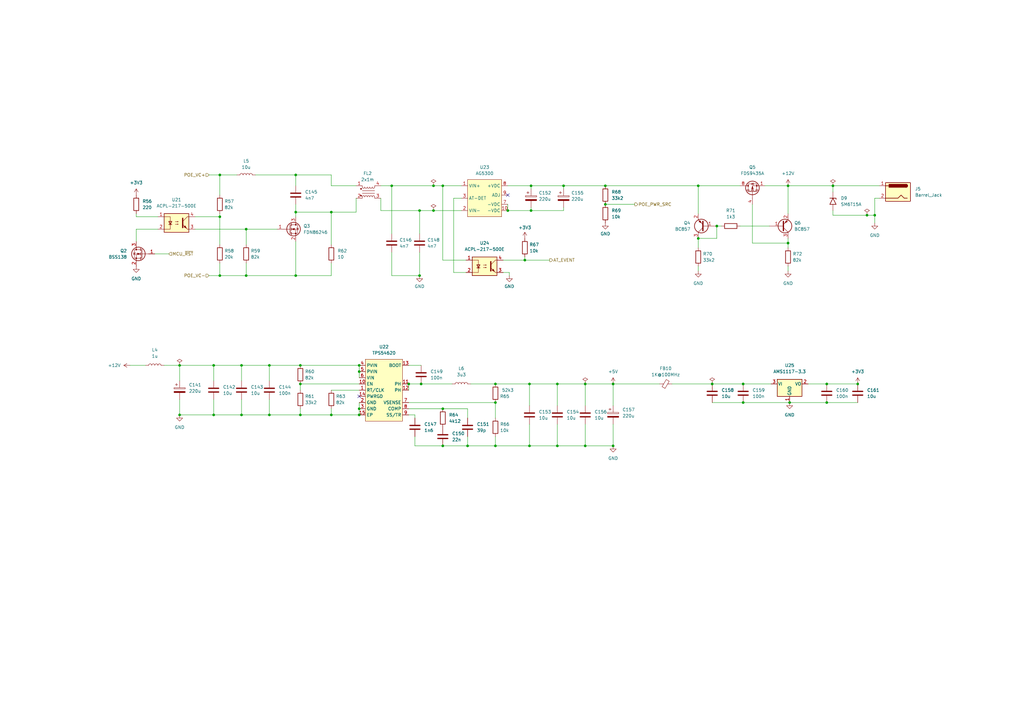
<source format=kicad_sch>
(kicad_sch (version 20211123) (generator eeschema)
  (paper "A3")
  (title_block (title "Kirdy") (date "2022-07-03") (rev "r0.1") (company "M-Labs") (comment 1 "Alex Wong Tat Hang"))
  (lib_symbols
    (symbol "Connector:Barrel_Jack" (pin_names (offset 1.016))
      (property "Reference" "J" (at 0 5.334 0))
      (property "Value" "Barrel_Jack" (at 0 -5.08 0))
      (symbol "Barrel_Jack_0_1"
        (rectangle (start -5.08 3.81) (end 5.08 -3.81) (stroke (width 0.254)) (fill (type background)))
        (arc (start -3.302 3.175) (mid -3.937 2.54) (end -3.302 1.905) (stroke (width 0.254)))
        (arc (start -3.302 3.175) (mid -3.937 2.54) (end -3.302 1.905) (stroke (width 0.254)) (fill (type outline)))
        (polyline (pts (xy 5.08 2.54) (xy 3.81 2.54)) (stroke (width 0.254)))
        (polyline (pts (xy -3.81 -2.54) (xy -2.54 -2.54) (xy -1.27 -1.27) (xy 0 -2.54) (xy 2.54 -2.54) (xy 5.08 -2.54)) (stroke (width 0.254)))
        (rectangle (start 3.683 3.175) (end -3.302 1.905) (stroke (width 0.254)) (fill (type outline)))
      )
      (symbol "Barrel_Jack_1_1"
        (pin passive line (at 7.62 2.54 180) (length 2.54) (name "~") (number "1"))
        (pin passive line (at 7.62 -2.54 180) (length 2.54) (name "~") (number "2"))
      )
    )
    (symbol "Device:C" (pin_numbers hide) (pin_names (offset 0.254))
      (property "Reference" "C" (at 0.635 2.54 0))
      (property "Value" "C" (at 0.635 -2.54 0))
      (symbol "C_0_1"
        (polyline (pts (xy -2.032 -0.762) (xy 2.032 -0.762)) (stroke (width 0.508)))
        (polyline (pts (xy -2.032 0.762) (xy 2.032 0.762)) (stroke (width 0.508)))
      )
      (symbol "C_1_1"
        (pin passive line (at 0 3.81 270) (length 2.794) (name "~") (number "1"))
        (pin passive line (at 0 -3.81 90) (length 2.794) (name "~") (number "2"))
      )
    )
    (symbol "Device:C_Polarized" (pin_numbers hide) (pin_names (offset 0.254))
      (property "Reference" "C" (at 0.635 2.54 0))
      (property "Value" "C_Polarized" (at 0.635 -2.54 0))
      (symbol "C_Polarized_0_1"
        (rectangle (start -2.286 0.508) (end 2.286 1.016))
        (polyline (pts (xy -1.778 2.286) (xy -0.762 2.286)))
        (polyline (pts (xy -1.27 2.794) (xy -1.27 1.778)))
        (rectangle (start 2.286 -0.508) (end -2.286 -1.016) (fill (type outline)))
      )
      (symbol "C_Polarized_1_1"
        (pin passive line (at 0 3.81 270) (length 2.794) (name "~") (number "1"))
        (pin passive line (at 0 -3.81 90) (length 2.794) (name "~") (number "2"))
      )
    )
    (symbol "Device:FerriteBead_Small" (pin_numbers hide) (pin_names (offset 0))
      (property "Reference" "FB" (at 1.905 1.27 0))
      (property "Value" "FerriteBead_Small" (at 1.905 -1.27 0))
      (symbol "FerriteBead_Small_0_1"
        (polyline (pts (xy 0 -1.27) (xy 0 -0.7874)))
        (polyline (pts (xy 0 0.889) (xy 0 1.2954)))
        (polyline (pts (xy -1.8288 0.2794) (xy -1.1176 1.4986) (xy 1.8288 -0.2032) (xy 1.1176 -1.4224) (xy -1.8288 0.2794)))
      )
      (symbol "FerriteBead_Small_1_1"
        (pin passive line (at 0 2.54 270) (length 1.27) (name "~") (number "1"))
        (pin passive line (at 0 -2.54 90) (length 1.27) (name "~") (number "2"))
      )
    )
    (symbol "Device:Filter_EMI_LL_1423" (pin_names hide)
      (property "Reference" "FL" (at 0 4.445 0))
      (property "Value" "Filter_EMI_LL_1423" (at 0 -4.445 0))
      (symbol "Filter_EMI_LL_1423_0_1"
        (circle (center -3.048 -1.27) (radius 0.254) (fill (type outline)))
        (circle (center -3.048 1.524) (radius 0.254) (fill (type outline)))
        (arc (start -2.54 2.032) (mid -2.032 1.524) (end -1.524 2.032))
        (arc (start -1.524 -2.032) (mid -2.032 -1.524) (end -2.54 -2.032))
        (arc (start -1.524 2.032) (mid -1.016 1.524) (end -0.508 2.032))
        (arc (start -0.508 -2.032) (mid -1.016 -1.524) (end -1.524 -2.032))
        (arc (start -0.508 2.032) (mid 0 1.524) (end 0.508 2.032))
        (polyline (pts (xy -2.54 -2.032) (xy -2.54 -2.54)))
        (polyline (pts (xy -2.54 0.508) (xy 2.54 0.508)))
        (polyline (pts (xy -2.54 2.032) (xy -2.54 2.54)))
        (polyline (pts (xy 2.54 -2.032) (xy 2.54 -2.54)))
        (polyline (pts (xy 2.54 -0.508) (xy -2.54 -0.508)))
        (polyline (pts (xy 2.54 2.54) (xy 2.54 2.032)))
        (arc (start 0.508 -2.032) (mid 0 -1.524) (end -0.508 -2.032))
        (arc (start 0.508 2.032) (mid 1.016 1.524) (end 1.524 2.032))
        (arc (start 1.524 -2.032) (mid 1.016 -1.524) (end 0.508 -2.032))
        (arc (start 1.524 2.032) (mid 2.032 1.524) (end 2.54 2.032))
        (arc (start 2.54 -2.032) (mid 2.032 -1.524) (end 1.524 -2.032))
      )
      (symbol "Filter_EMI_LL_1423_1_1"
        (pin passive line (at -5.08 -2.54 0) (length 2.54) (name "1") (number "1"))
        (pin passive line (at -5.08 2.54 0) (length 2.54) (name "2") (number "2"))
        (pin passive line (at 5.08 2.54 180) (length 2.54) (name "3") (number "3"))
        (pin passive line (at 5.08 -2.54 180) (length 2.54) (name "4") (number "4"))
      )
    )
    (symbol "Device:L" (pin_numbers hide) (pin_names (offset 1.016) hide)
      (property "Reference" "L" (at -1.27 0 90))
      (property "Value" "L" (at 1.905 0 90))
      (symbol "L_0_1"
        (arc (start 0 -2.54) (mid 0.635 -1.905) (end 0 -1.27))
        (arc (start 0 -1.27) (mid 0.635 -0.635) (end 0 0))
        (arc (start 0 0) (mid 0.635 0.635) (end 0 1.27))
        (arc (start 0 1.27) (mid 0.635 1.905) (end 0 2.54))
      )
      (symbol "L_1_1"
        (pin passive line (at 0 3.81 270) (length 1.27) (name "1") (number "1"))
        (pin passive line (at 0 -3.81 90) (length 1.27) (name "2") (number "2"))
      )
    )
    (symbol "Device:R" (pin_numbers hide) (pin_names (offset 0))
      (property "Reference" "R" (at 2.032 0 90))
      (property "Value" "R" (at 0 0 90))
      (symbol "R_0_1"
        (rectangle (start -1.016 -2.54) (end 1.016 2.54) (stroke (width 0.254)))
      )
      (symbol "R_1_1"
        (pin passive line (at 0 3.81 270) (length 1.27) (name "~") (number "1"))
        (pin passive line (at 0 -3.81 90) (length 1.27) (name "~") (number "2"))
      )
    )
    (symbol "Diode:SM6T15A" (pin_numbers hide) (pin_names (offset 1.016) hide)
      (property "Reference" "D" (at 0 2.54 0))
      (property "Value" "SM6T15A" (at 0 -2.54 0))
      (symbol "SM6T15A_0_1"
        (polyline (pts (xy -0.762 1.27) (xy -1.27 1.27) (xy -1.27 -1.27)) (stroke (width 0.254)))
        (polyline (pts (xy 1.27 1.27) (xy 1.27 -1.27) (xy -1.27 0) (xy 1.27 1.27)) (stroke (width 0.254)))
      )
      (symbol "SM6T15A_1_1"
        (pin passive line (at -3.81 0 0) (length 2.54) (name "A1") (number "1"))
        (pin passive line (at 3.81 0 180) (length 2.54) (name "A2") (number "2"))
      )
    )
    (symbol "Isolator:SFH617A-2X009T"
      (property "Reference" "U" (at -3.81 5.08 0))
      (property "Value" "SFH617A-2X009T" (at 0 -5.08 0))
      (symbol "SFH617A-2X009T_1_1"
        (rectangle (start -5.08 3.81) (end 5.08 -3.81) (stroke (width 0.254)) (fill (type background)))
        (polyline (pts (xy -3.175 -0.635) (xy -1.905 -0.635)) (stroke (width 0.254)))
        (polyline (pts (xy 2.54 0.635) (xy 4.445 2.54)))
        (polyline (pts (xy 4.445 -2.54) (xy 2.54 -0.635)) (fill (type outline)))
        (polyline (pts (xy 4.445 -2.54) (xy 5.08 -2.54)))
        (polyline (pts (xy 4.445 2.54) (xy 5.08 2.54)))
        (polyline (pts (xy -5.08 2.54) (xy -2.54 2.54) (xy -2.54 -0.762)))
        (polyline (pts (xy -2.54 -0.635) (xy -2.54 -2.54) (xy -5.08 -2.54)))
        (polyline (pts (xy 2.54 1.905) (xy 2.54 -1.905) (xy 2.54 -1.905)) (stroke (width 0.508)))
        (polyline (pts (xy -2.54 -0.635) (xy -3.175 0.635) (xy -1.905 0.635) (xy -2.54 -0.635)) (stroke (width 0.254)))
        (polyline (pts (xy -0.508 -0.508) (xy 0.762 -0.508) (xy 0.381 -0.635) (xy 0.381 -0.381) (xy 0.762 -0.508)))
        (polyline (pts (xy -0.508 0.508) (xy 0.762 0.508) (xy 0.381 0.381) (xy 0.381 0.635) (xy 0.762 0.508)))
        (polyline (pts (xy 3.048 -1.651) (xy 3.556 -1.143) (xy 4.064 -2.159) (xy 3.048 -1.651) (xy 3.048 -1.651)) (fill (type outline)))
        (pin passive line (at -7.62 2.54 0) (length 2.54) (name "~") (number "1"))
        (pin passive line (at -7.62 -2.54 0) (length 2.54) (name "~") (number "2"))
        (pin passive line (at 7.62 -2.54 180) (length 2.54) (name "~") (number "3"))
        (pin passive line (at 7.62 2.54 180) (length 2.54) (name "~") (number "4"))
      )
    )
    (symbol "Regulator_Linear:AMS1117-3.3" (pin_names (offset 0.254))
      (property "Reference" "U" (at -3.81 3.175 0))
      (property "Value" "AMS1117-3.3" (at 0 3.175 0))
      (symbol "AMS1117-3.3_0_1"
        (rectangle (start -5.08 -5.08) (end 5.08 1.905) (stroke (width 0.254)) (fill (type background)))
      )
      (symbol "AMS1117-3.3_1_1"
        (pin power_in line (at 0 -7.62 90) (length 2.54) (name "GND") (number "1"))
        (pin power_out line (at 7.62 0 180) (length 2.54) (name "VO") (number "2"))
        (pin power_in line (at -7.62 0 0) (length 2.54) (name "VI") (number "3"))
      )
    )
    (symbol "Transistor_BJT:BC857" (pin_names (offset 0) hide)
      (property "Reference" "Q" (at 5.08 1.905 0))
      (property "Value" "BC857" (at 5.08 0 0))
      (symbol "BC857_0_1"
        (polyline (pts (xy 0.635 0.635) (xy 2.54 2.54)))
        (polyline (pts (xy 0.635 -0.635) (xy 2.54 -2.54) (xy 2.54 -2.54)))
        (polyline (pts (xy 0.635 1.905) (xy 0.635 -1.905) (xy 0.635 -1.905)) (stroke (width 0.508)))
        (polyline (pts (xy 2.286 -1.778) (xy 1.778 -2.286) (xy 1.27 -1.27) (xy 2.286 -1.778) (xy 2.286 -1.778)) (fill (type outline)))
        (circle (center 1.27 0) (radius 2.8194) (stroke (width 0.254)))
      )
      (symbol "BC857_1_1"
        (pin input line (at -5.08 0 0) (length 5.715) (name "B") (number "1"))
        (pin passive line (at 2.54 -5.08 90) (length 2.54) (name "E") (number "2"))
        (pin passive line (at 2.54 5.08 270) (length 2.54) (name "C") (number "3"))
      )
    )
    (symbol "Transistor_FET:BSS138" (pin_names hide)
      (property "Reference" "Q" (at 5.08 1.905 0))
      (property "Value" "BSS138" (at 5.08 0 0))
      (symbol "BSS138_0_1"
        (polyline (pts (xy 0.254 0) (xy -2.54 0)))
        (polyline (pts (xy 0.254 1.905) (xy 0.254 -1.905)) (stroke (width 0.254)))
        (polyline (pts (xy 0.762 -1.27) (xy 0.762 -2.286)) (stroke (width 0.254)))
        (polyline (pts (xy 0.762 0.508) (xy 0.762 -0.508)) (stroke (width 0.254)))
        (polyline (pts (xy 0.762 2.286) (xy 0.762 1.27)) (stroke (width 0.254)))
        (polyline (pts (xy 2.54 2.54) (xy 2.54 1.778)))
        (polyline (pts (xy 2.54 -2.54) (xy 2.54 0) (xy 0.762 0)))
        (polyline (pts (xy 0.762 -1.778) (xy 3.302 -1.778) (xy 3.302 1.778) (xy 0.762 1.778)))
        (polyline (pts (xy 1.016 0) (xy 2.032 0.381) (xy 2.032 -0.381) (xy 1.016 0)) (fill (type outline)))
        (polyline (pts (xy 2.794 0.508) (xy 2.921 0.381) (xy 3.683 0.381) (xy 3.81 0.254)))
        (polyline (pts (xy 3.302 0.381) (xy 2.921 -0.254) (xy 3.683 -0.254) (xy 3.302 0.381)))
        (circle (center 1.651 0) (radius 2.794) (stroke (width 0.254)))
        (circle (center 2.54 -1.778) (radius 0.254) (fill (type outline)))
        (circle (center 2.54 1.778) (radius 0.254) (fill (type outline)))
      )
      (symbol "BSS138_1_1"
        (pin input line (at -5.08 0 0) (length 2.54) (name "G") (number "1"))
        (pin passive line (at 2.54 -5.08 90) (length 2.54) (name "S") (number "2"))
        (pin passive line (at 2.54 5.08 270) (length 2.54) (name "D") (number "3"))
      )
    )
    (symbol "Transistor_FET:FDS9435A" (pin_names hide)
      (property "Reference" "Q" (at 5.08 1.905 0))
      (property "Value" "FDS9435A" (at 5.08 0 0))
      (symbol "FDS9435A_0_1"
        (polyline (pts (xy 0.254 0) (xy -2.54 0)))
        (polyline (pts (xy 0.254 1.905) (xy 0.254 -1.905)) (stroke (width 0.254)))
        (polyline (pts (xy 0.762 -1.27) (xy 0.762 -2.286)) (stroke (width 0.254)))
        (polyline (pts (xy 0.762 0.508) (xy 0.762 -0.508)) (stroke (width 0.254)))
        (polyline (pts (xy 0.762 2.286) (xy 0.762 1.27)) (stroke (width 0.254)))
        (polyline (pts (xy 2.54 2.54) (xy 2.54 1.778)))
        (polyline (pts (xy 2.54 -2.54) (xy 2.54 0) (xy 0.762 0)))
        (polyline (pts (xy 0.762 1.778) (xy 3.302 1.778) (xy 3.302 -1.778) (xy 0.762 -1.778)))
        (polyline (pts (xy 2.286 0) (xy 1.27 0.381) (xy 1.27 -0.381) (xy 2.286 0)) (fill (type outline)))
        (polyline (pts (xy 2.794 -0.508) (xy 2.921 -0.381) (xy 3.683 -0.381) (xy 3.81 -0.254)))
        (polyline (pts (xy 3.302 -0.381) (xy 2.921 0.254) (xy 3.683 0.254) (xy 3.302 -0.381)))
        (circle (center 1.651 0) (radius 2.794) (stroke (width 0.254)))
        (circle (center 2.54 -1.778) (radius 0.254) (fill (type outline)))
        (circle (center 2.54 1.778) (radius 0.254) (fill (type outline)))
      )
      (symbol "FDS9435A_1_1"
        (pin passive line (at 2.54 -5.08 90) (length 2.54) (name "S") (number "1"))
        (pin passive line (at 2.54 -5.08 90) (length 2.54) hide (name "S") (number "2"))
        (pin passive line (at 2.54 -5.08 90) (length 2.54) hide (name "S") (number "3"))
        (pin passive line (at -5.08 0 0) (length 2.54) (name "G") (number "4"))
        (pin passive line (at 2.54 5.08 270) (length 2.54) hide (name "D") (number "5"))
        (pin passive line (at 2.54 5.08 270) (length 2.54) hide (name "D") (number "6"))
        (pin passive line (at 2.54 5.08 270) (length 2.54) hide (name "D") (number "7"))
        (pin passive line (at 2.54 5.08 270) (length 2.54) (name "D") (number "8"))
      )
    )
    (symbol "kirdy:AG5300"
      (property "Reference" "U" (at 6.35 -6.35 0))
      (property "Value" "AG5300" (at -2.54 -6.35 0))
      (symbol "AG5300_0_0"
        (pin power_in line (at -8.89 7.62 0) (length 2.54) (name "VIN+") (number "1"))
        (pin power_out line (at 10.16 -2.54 180) (length 2.54) (name "-VDC") (number "10"))
        (pin power_in line (at -8.89 -2.54 0) (length 2.54) (name "VIN-") (number "2"))
        (pin output line (at -8.89 2.54 0) (length 2.54) (name "AT-DET") (number "3"))
        (pin no_connect line (at -0.635 5.715 90) (length 2.54) hide (name "NC") (number "4"))
        (pin no_connect line (at 0.635 5.715 90) (length 2.54) hide (name "NC") (number "5"))
        (pin no_connect line (at 1.905 5.715 90) (length 2.54) hide (name "NC") (number "6"))
        (pin passive line (at 10.16 0 180) (length 2.54) (name "-VDC") (number "7"))
        (pin power_out line (at 10.16 7.62 180) (length 2.54) (name "+VDC") (number "8"))
        (pin input line (at 10.16 3.81 180) (length 2.54) (name "ADJ") (number "9"))
      )
      (symbol "AG5300_0_1"
        (rectangle (start -6.35 10.16) (end 7.62 -5.08) (fill (type background)))
      )
    )
    (symbol "kirdy:TPS54620"
      (property "Reference" "U" (at 0 -17.78 0))
      (property "Value" "TPS54620" (at 0 -15.24 0))
      (symbol "TPS54620_0_0"
        (pin input line (at -10.16 0 0) (length 2.54) (name "RT/CLK") (number "1"))
        (pin input line (at -10.16 2.54 0) (length 2.54) (name "EN") (number "10"))
        (pin power_out line (at 10.16 2.54 180) (length 2.54) (name "PH") (number "11"))
        (pin passive line (at 10.16 0 180) (length 2.54) (name "PH") (number "12"))
        (pin input line (at 10.16 10.16 180) (length 2.54) (name "BOOT") (number "13"))
        (pin output line (at -10.16 -2.54 0) (length 2.54) (name "PWRGD") (number "14"))
        (pin power_in line (at -10.16 -10.16 0) (length 2.54) (name "EP") (number "15"))
        (pin power_in line (at -10.16 -5.08 0) (length 2.54) (name "GND") (number "2"))
        (pin power_in line (at -10.16 -7.62 0) (length 2.54) (name "GND") (number "3"))
        (pin power_in line (at -10.16 10.16 0) (length 2.54) (name "PVIN") (number "4"))
        (pin power_in line (at -10.16 7.62 0) (length 2.54) (name "PVIN") (number "5"))
        (pin power_in line (at -10.16 5.08 0) (length 2.54) (name "VIN") (number "6"))
        (pin input line (at 10.16 -5.08 180) (length 2.54) (name "VSENSE") (number "7"))
        (pin output line (at 10.16 -7.62 180) (length 2.54) (name "COMP") (number "8"))
        (pin output line (at 10.16 -10.16 180) (length 2.54) (name "SS/TR") (number "9"))
      )
      (symbol "TPS54620_0_1"
        (rectangle (start -7.62 12.7) (end 7.62 -12.7) (fill (type background)))
      )
    )
    (symbol "power:+12V" (power) (pin_names (offset 0))
      (property "Value" "+12V" (at 0 3.556 0))
      (symbol "+12V_0_1"
        (polyline (pts (xy -0.762 1.27) (xy 0 2.54)))
        (polyline (pts (xy 0 0) (xy 0 2.54)))
        (polyline (pts (xy 0 2.54) (xy 0.762 1.27)))
      )
      (symbol "+12V_1_1"
        (pin power_in line (at 0 0 90) (length 0) hide (name "+12V") (number "1"))
      )
    )
    (symbol "power:+3V3" (power) (pin_names (offset 0))
      (property "Value" "+3V3" (at 0 3.556 0))
      (symbol "+3V3_0_1"
        (polyline (pts (xy -0.762 1.27) (xy 0 2.54)))
        (polyline (pts (xy 0 0) (xy 0 2.54)))
        (polyline (pts (xy 0 2.54) (xy 0.762 1.27)))
      )
      (symbol "+3V3_1_1"
        (pin power_in line (at 0 0 90) (length 0) hide (name "+3V3") (number "1"))
      )
    )
    (symbol "power:+5V" (power) (pin_names (offset 0))
      (property "Value" "+5V" (at 0 3.556 0))
      (symbol "+5V_0_1"
        (polyline (pts (xy -0.762 1.27) (xy 0 2.54)))
        (polyline (pts (xy 0 0) (xy 0 2.54)))
        (polyline (pts (xy 0 2.54) (xy 0.762 1.27)))
      )
      (symbol "+5V_1_1"
        (pin power_in line (at 0 0 90) (length 0) hide (name "+5V") (number "1"))
      )
    )
    (symbol "power:GND" (power) (pin_names (offset 0))
      (property "Value" "GND" (at 0 -3.81 0))
      (symbol "GND_0_1"
        (polyline (pts (xy 0 0) (xy 0 -1.27) (xy 1.27 -1.27) (xy 0 -2.54) (xy -1.27 -1.27) (xy 0 -1.27)))
      )
      (symbol "GND_1_1"
        (pin power_in line (at 0 0 270) (length 0) hide (name "GND") (number "1"))
      )
    )
    (symbol "power:PWR_FLAG" (power) (pin_numbers hide) (pin_names (offset 0) hide)
      (property "Value" "PWR_FLAG" (at 0 3.81 0))
      (symbol "PWR_FLAG_0_0"
        (pin power_out line (at 0 0 90) (length 0) (name "pwr") (number "1"))
      )
      (symbol "PWR_FLAG_0_1"
        (polyline (pts (xy 0 0) (xy 0 1.27) (xy -1.016 1.905) (xy 0 2.54) (xy 1.016 1.905) (xy 0 1.27)))
      )
    )
  )
  (junction (at 87.63 149.86))
  (junction (at 351.79 157.48))
  (junction (at 323.215 99.695))
  (junction (at 181.61 182.88))
  (junction (at 147.32 167.64))
  (junction (at 100.965 93.98))
  (junction (at 251.46 182.88))
  (junction (at 181.61 167.64))
  (junction (at 121.285 86.995))
  (junction (at 304.8 165.1))
  (junction (at 228.6 157.48))
  (junction (at 203.2 157.48))
  (junction (at 90.17 113.03))
  (junction (at 135.89 86.995))
  (junction (at 294.005 92.71))
  (junction (at 251.46 157.48))
  (junction (at 110.49 170.18))
  (junction (at 167.64 157.48))
  (junction (at 172.085 113.03))
  (junction (at 135.89 170.18))
  (junction (at 73.66 170.18))
  (junction (at 248.285 83.82))
  (junction (at 177.8 86.36))
  (junction (at 358.775 88.265))
  (junction (at 90.17 88.9))
  (junction (at 240.03 182.88))
  (junction (at 147.32 149.86))
  (junction (at 203.2 182.88))
  (junction (at 323.85 165.1))
  (junction (at 121.285 113.03))
  (junction (at 240.03 157.48))
  (junction (at 110.49 149.86))
  (junction (at 339.09 165.1))
  (junction (at 181.61 76.2))
  (junction (at 160.655 76.2))
  (junction (at 121.285 71.755))
  (junction (at 123.19 170.18))
  (junction (at 304.8 157.48))
  (junction (at 339.09 157.48))
  (junction (at 203.2 165.1))
  (junction (at 248.285 76.2))
  (junction (at 217.17 182.88))
  (junction (at 286.385 76.2))
  (junction (at 177.8 76.2))
  (junction (at 292.1 157.48))
  (junction (at 217.17 157.48))
  (junction (at 217.805 76.2))
  (junction (at 87.63 170.18))
  (junction (at 231.14 76.2))
  (junction (at 217.805 86.36))
  (junction (at 123.19 149.86))
  (junction (at 73.66 149.86))
  (junction (at 341.63 76.2))
  (junction (at 90.17 71.755))
  (junction (at 99.06 170.18))
  (junction (at 215.265 106.68))
  (junction (at 100.965 113.03))
  (junction (at 286.385 97.79))
  (junction (at 147.32 152.4))
  (junction (at 228.6 182.88))
  (junction (at 355.6 88.265))
  (junction (at 191.77 182.88))
  (junction (at 99.06 149.86))
  (junction (at 172.085 86.36))
  (junction (at 323.215 76.2))
  (junction (at 123.19 157.48))
  (junction (at 147.32 170.18))
  (junction (at 172.72 157.48))
  (junction (at 208.28 86.36))
  (no_connect (at 208.28 80.01))
  (no_connect (at 147.32 162.56))
  (wire (pts (xy 104.775 71.755) (xy 121.285 71.755)))
  (wire (pts (xy 121.285 86.995) (xy 121.285 88.9)))
  (wire (pts (xy 135.89 167.64) (xy 135.89 170.18)))
  (wire (pts (xy 146.05 76.2) (xy 135.89 76.2)))
  (wire (pts (xy 87.63 149.86) (xy 99.06 149.86)))
  (wire (pts (xy 147.32 165.1) (xy 147.32 167.64)))
  (wire (pts (xy 217.805 85.09) (xy 217.805 86.36)))
  (wire (pts (xy 80.01 93.98) (xy 100.965 93.98)))
  (wire (pts (xy 217.805 86.36) (xy 231.14 86.36)))
  (wire (pts (xy 110.49 149.86) (xy 123.19 149.86)))
  (wire (pts (xy 63.5 104.14) (xy 69.215 104.14)))
  (wire (pts (xy 160.655 113.03) (xy 172.085 113.03)))
  (wire (pts (xy 135.89 86.995) (xy 135.89 100.33)))
  (wire (pts (xy 99.06 163.83) (xy 99.06 170.18)))
  (wire (pts (xy 146.05 81.28) (xy 146.05 86.995)))
  (wire (pts (xy 208.28 83.82) (xy 208.28 86.36)))
  (wire (pts (xy 172.085 103.505) (xy 172.085 113.03)))
  (wire (pts (xy 135.89 160.02) (xy 147.32 160.02)))
  (wire (pts (xy 228.6 182.88) (xy 240.03 182.88)))
  (wire (pts (xy 341.63 76.2) (xy 360.68 76.2)))
  (wire (pts (xy 99.06 170.18) (xy 110.49 170.18)))
  (wire (pts (xy 110.49 170.18) (xy 123.19 170.18)))
  (wire (pts (xy 156.21 86.36) (xy 172.085 86.36)))
  (wire (pts (xy 292.1 165.1) (xy 304.8 165.1)))
  (wire (pts (xy 170.18 179.07) (xy 170.18 182.88)))
  (wire (pts (xy 203.2 182.88) (xy 203.2 179.07)))
  (wire (pts (xy 181.61 167.64) (xy 191.77 167.64)))
  (wire (pts (xy 217.17 157.48) (xy 217.17 166.37)))
  (wire (pts (xy 53.34 149.86) (xy 59.69 149.86)))
  (wire (pts (xy 313.69 76.2) (xy 323.215 76.2)))
  (wire (pts (xy 177.8 76.2) (xy 181.61 76.2)))
  (wire (pts (xy 231.14 76.2) (xy 248.285 76.2)))
  (wire (pts (xy 147.32 149.86) (xy 147.32 152.4)))
  (wire (pts (xy 85.725 113.03) (xy 90.17 113.03)))
  (wire (pts (xy 80.01 88.9) (xy 90.17 88.9)))
  (wire (pts (xy 167.64 149.86) (xy 172.72 149.86)))
  (wire (pts (xy 123.19 157.48) (xy 123.19 160.02)))
  (wire (pts (xy 208.28 86.36) (xy 217.805 86.36)))
  (wire (pts (xy 100.965 113.03) (xy 100.965 107.95)))
  (wire (pts (xy 123.19 167.64) (xy 123.19 170.18)))
  (wire (pts (xy 73.66 163.83) (xy 73.66 170.18)))
  (wire (pts (xy 240.03 157.48) (xy 240.03 166.37)))
  (wire (pts (xy 251.46 182.88) (xy 251.46 173.99)))
  (wire (pts (xy 121.285 86.995) (xy 135.89 86.995)))
  (wire (pts (xy 304.8 157.48) (xy 316.23 157.48)))
  (wire (pts (xy 251.46 157.48) (xy 270.51 157.48)))
  (wire (pts (xy 99.06 149.86) (xy 110.49 149.86)))
  (wire (pts (xy 177.8 86.36) (xy 189.23 86.36)))
  (wire (pts (xy 135.89 71.755) (xy 121.285 71.755)))
  (wire (pts (xy 167.64 165.1) (xy 203.2 165.1)))
  (wire (pts (xy 90.17 80.01) (xy 90.17 71.755)))
  (wire (pts (xy 251.46 157.48) (xy 251.46 166.37)))
  (wire (pts (xy 323.215 76.2) (xy 323.215 87.63)))
  (wire (pts (xy 123.19 157.48) (xy 147.32 157.48)))
  (wire (pts (xy 135.89 113.03) (xy 121.285 113.03)))
  (wire (pts (xy 358.775 81.28) (xy 360.68 81.28)))
  (wire (pts (xy 341.63 86.36) (xy 341.63 88.265)))
  (wire (pts (xy 87.63 170.18) (xy 99.06 170.18)))
  (wire (pts (xy 215.265 106.68) (xy 225.425 106.68)))
  (wire (pts (xy 135.89 170.18) (xy 147.32 170.18)))
  (wire (pts (xy 90.17 113.03) (xy 100.965 113.03)))
  (wire (pts (xy 339.09 157.48) (xy 351.79 157.48)))
  (wire (pts (xy 135.89 107.95) (xy 135.89 113.03)))
  (wire (pts (xy 231.14 76.2) (xy 231.14 77.47)))
  (wire (pts (xy 123.19 149.86) (xy 147.32 149.86)))
  (wire (pts (xy 248.285 76.2) (xy 286.385 76.2)))
  (wire (pts (xy 156.21 81.28) (xy 156.21 86.36)))
  (wire (pts (xy 55.88 93.98) (xy 64.77 93.98)))
  (wire (pts (xy 73.66 156.21) (xy 73.66 149.86)))
  (wire (pts (xy 206.375 111.76) (xy 208.915 111.76)))
  (wire (pts (xy 181.61 76.2) (xy 181.61 106.68)))
  (wire (pts (xy 121.285 113.03) (xy 100.965 113.03)))
  (wire (pts (xy 217.17 157.48) (xy 228.6 157.48)))
  (wire (pts (xy 90.17 87.63) (xy 90.17 88.9)))
  (wire (pts (xy 90.17 71.755) (xy 97.155 71.755)))
  (wire (pts (xy 172.085 86.36) (xy 172.085 95.885)))
  (wire (pts (xy 355.6 88.265) (xy 358.775 88.265)))
  (wire (pts (xy 208.915 111.76) (xy 208.915 113.03)))
  (wire (pts (xy 55.88 99.06) (xy 55.88 93.98)))
  (wire (pts (xy 203.2 157.48) (xy 217.17 157.48)))
  (wire (pts (xy 331.47 157.48) (xy 339.09 157.48)))
  (wire (pts (xy 123.19 170.18) (xy 135.89 170.18)))
  (wire (pts (xy 170.18 182.88) (xy 181.61 182.88)))
  (wire (pts (xy 323.215 76.2) (xy 341.63 76.2)))
  (wire (pts (xy 341.63 76.2) (xy 341.63 78.74)))
  (wire (pts (xy 191.77 182.88) (xy 203.2 182.88)))
  (wire (pts (xy 172.72 157.48) (xy 185.42 157.48)))
  (wire (pts (xy 121.285 71.755) (xy 121.285 76.2)))
  (wire (pts (xy 206.375 106.68) (xy 215.265 106.68)))
  (wire (pts (xy 186.055 111.76) (xy 191.135 111.76)))
  (wire (pts (xy 90.17 88.9) (xy 90.17 100.33)))
  (wire (pts (xy 110.49 163.83) (xy 110.49 170.18)))
  (wire (pts (xy 294.005 92.71) (xy 295.91 92.71)))
  (wire (pts (xy 100.965 93.98) (xy 113.665 93.98)))
  (wire (pts (xy 55.88 87.63) (xy 55.88 88.9)))
  (wire (pts (xy 203.2 182.88) (xy 217.17 182.88)))
  (wire (pts (xy 341.63 88.265) (xy 355.6 88.265)))
  (wire (pts (xy 286.385 97.79) (xy 286.385 101.6)))
  (wire (pts (xy 286.385 76.2) (xy 286.385 87.63)))
  (wire (pts (xy 100.965 93.98) (xy 100.965 100.33)))
  (wire (pts (xy 228.6 157.48) (xy 240.03 157.48)))
  (wire (pts (xy 181.61 76.2) (xy 189.23 76.2)))
  (wire (pts (xy 90.17 107.95) (xy 90.17 113.03)))
  (wire (pts (xy 215.265 105.41) (xy 215.265 106.68)))
  (wire (pts (xy 73.66 149.86) (xy 87.63 149.86)))
  (wire (pts (xy 308.61 83.82) (xy 308.61 99.695)))
  (wire (pts (xy 231.14 86.36) (xy 231.14 85.09)))
  (wire (pts (xy 217.805 76.2) (xy 217.805 77.47)))
  (wire (pts (xy 160.655 103.505) (xy 160.655 113.03)))
  (wire (pts (xy 147.32 167.64) (xy 147.32 170.18)))
  (wire (pts (xy 275.59 157.48) (xy 292.1 157.48)))
  (wire (pts (xy 358.775 88.265) (xy 358.775 81.28)))
  (wire (pts (xy 323.215 109.22) (xy 323.215 111.125)))
  (wire (pts (xy 286.385 109.22) (xy 286.385 111.125)))
  (wire (pts (xy 87.63 149.86) (xy 87.63 156.21)))
  (wire (pts (xy 304.8 165.1) (xy 323.85 165.1)))
  (wire (pts (xy 203.2 171.45) (xy 203.2 165.1)))
  (wire (pts (xy 167.64 157.48) (xy 172.72 157.48)))
  (wire (pts (xy 147.32 152.4) (xy 147.32 154.94)))
  (wire (pts (xy 121.285 99.06) (xy 121.285 113.03)))
  (wire (pts (xy 170.18 170.18) (xy 170.18 171.45)))
  (wire (pts (xy 193.04 157.48) (xy 203.2 157.48)))
  (wire (pts (xy 286.385 97.79) (xy 294.005 97.79)))
  (wire (pts (xy 189.23 81.28) (xy 186.055 81.28)))
  (wire (pts (xy 146.05 86.995) (xy 135.89 86.995)))
  (wire (pts (xy 248.285 83.82) (xy 260.35 83.82)))
  (wire (pts (xy 172.085 86.36) (xy 177.8 86.36)))
  (wire (pts (xy 228.6 157.48) (xy 228.6 166.37)))
  (wire (pts (xy 87.63 163.83) (xy 87.63 170.18)))
  (wire (pts (xy 191.77 182.88) (xy 191.77 179.07)))
  (wire (pts (xy 294.005 97.79) (xy 294.005 92.71)))
  (wire (pts (xy 181.61 106.68) (xy 191.135 106.68)))
  (wire (pts (xy 240.03 173.99) (xy 240.03 182.88)))
  (wire (pts (xy 121.285 83.82) (xy 121.285 86.995)))
  (wire (pts (xy 217.17 173.99) (xy 217.17 182.88)))
  (wire (pts (xy 167.64 170.18) (xy 170.18 170.18)))
  (wire (pts (xy 217.805 76.2) (xy 231.14 76.2)))
  (wire (pts (xy 181.61 182.88) (xy 191.77 182.88)))
  (wire (pts (xy 186.055 81.28) (xy 186.055 111.76)))
  (wire (pts (xy 73.66 170.18) (xy 87.63 170.18)))
  (wire (pts (xy 135.89 76.2) (xy 135.89 71.755)))
  (wire (pts (xy 67.31 149.86) (xy 73.66 149.86)))
  (wire (pts (xy 286.385 76.2) (xy 303.53 76.2)))
  (wire (pts (xy 228.6 173.99) (xy 228.6 182.88)))
  (wire (pts (xy 110.49 149.86) (xy 110.49 156.21)))
  (wire (pts (xy 191.77 167.64) (xy 191.77 171.45)))
  (wire (pts (xy 240.03 182.88) (xy 251.46 182.88)))
  (wire (pts (xy 160.655 76.2) (xy 177.8 76.2)))
  (wire (pts (xy 323.215 99.695) (xy 323.215 101.6)))
  (wire (pts (xy 308.61 99.695) (xy 323.215 99.695)))
  (wire (pts (xy 339.09 165.1) (xy 351.79 165.1)))
  (wire (pts (xy 167.64 167.64) (xy 181.61 167.64)))
  (wire (pts (xy 292.1 157.48) (xy 304.8 157.48)))
  (wire (pts (xy 303.53 92.71) (xy 315.595 92.71)))
  (wire (pts (xy 99.06 156.21) (xy 99.06 149.86)))
  (wire (pts (xy 167.64 157.48) (xy 167.64 160.02)))
  (wire (pts (xy 85.725 71.755) (xy 90.17 71.755)))
  (wire (pts (xy 156.21 76.2) (xy 160.655 76.2)))
  (wire (pts (xy 55.88 88.9) (xy 64.77 88.9)))
  (wire (pts (xy 160.655 76.2) (xy 160.655 95.885)))
  (wire (pts (xy 323.215 97.79) (xy 323.215 99.695)))
  (wire (pts (xy 240.03 157.48) (xy 251.46 157.48)))
  (wire (pts (xy 217.17 182.88) (xy 228.6 182.88)))
  (wire (pts (xy 358.775 91.44) (xy 358.775 88.265)))
  (wire (pts (xy 208.28 76.2) (xy 217.805 76.2)))
  (wire (pts (xy 323.85 165.1) (xy 339.09 165.1)))
  (hierarchical_label "POE_PWR_SRC" (shape output) (at 260.35 83.82 0))
  (hierarchical_label "POE_VC+" (shape input) (at 85.725 71.755 180))
  (hierarchical_label "AT_EVENT" (shape output) (at 225.425 106.68 0))
  (hierarchical_label "POE_VC-" (shape input) (at 85.725 113.03 180))
  (hierarchical_label "MCU_~{RST}" (shape input) (at 69.215 104.14 0))
  (symbol (lib_id "Device:L") (at 189.23 157.48 90) (unit 1)
    (property "Reference" "L6" (at 189.23 151.13 90))
    (property "Value" "3u3" (at 189.23 153.67 90))
  )
  (symbol (lib_id "Transistor_FET:BSS138") (at 118.745 93.98 0) (unit 1)
    (property "Reference" "Q3" (at 124.46 92.7099 0) (effects (justify left)))
    (property "Value" "FDN86246" (at 124.46 95.2499 0) (effects (justify left)))
    (property "Footprint" "Package_TO_SOT_SMD:SOT-23" (effects hide))
    (property "Datasheet" "https://www.onsemi.com/pub/Collateral/BSS138-D.PDF" (effects hide))
  )
  (symbol (lib_id "Device:R") (at 90.17 104.14 0) (unit 1)
    (property "Reference" "R58" (at 92.075 102.8699 0) (effects (justify left)))
    (property "Value" "20k" (at 92.075 105.4099 0) (effects (justify left)))
  )
  (symbol (lib_id "Device:L") (at 100.965 71.755 90) (unit 1)
    (property "Reference" "L5" (at 100.965 66.04 90))
    (property "Value" "10u" (at 100.965 68.58 90))
  )
  (symbol (lib_id "Device:C") (at 170.18 175.26 0) (unit 1)
    (property "Reference" "C147" (at 173.99 173.9899 0) (effects (justify left)))
    (property "Value" "1n6" (at 173.99 176.5299 0) (effects (justify left)))
  )
  (symbol (lib_id "Isolator:SFH617A-2X009T") (at 72.39 91.44 0) (unit 1)
    (property "Reference" "U21" (at 72.39 81.915 0))
    (property "Value" "ACPL-217-500E" (at 72.39 84.455 0))
    (property "Footprint" "Package_DIP:SMDIP-4_W7.62mm" (effects hide))
    (property "Datasheet" "http://www.vishay.com/docs/83740/sfh617a.pdf" (effects hide))
  )
  (symbol (lib_id "Device:C") (at 121.285 80.01 0) (unit 1)
    (property "Reference" "C145" (at 125.095 78.7399 0) (effects (justify left)))
    (property "Value" "4n7" (at 125.095 81.2799 0) (effects (justify left)))
  )
  (symbol (lib_id "Device:C") (at 240.03 170.18 0) (unit 1)
    (property "Reference" "C156" (at 243.84 168.9099 0) (effects (justify left)))
    (property "Value" "10u" (at 243.84 171.4499 0) (effects (justify left)))
  )
  (symbol (lib_id "Device:R") (at 100.965 104.14 0) (unit 1)
    (property "Reference" "R59" (at 102.87 102.8699 0) (effects (justify left)))
    (property "Value" "82k" (at 102.87 105.4099 0) (effects (justify left)))
  )
  (symbol (lib_id "power:GND") (at 172.085 113.03 0) (unit 1)
    (property "Reference" "#PWR0129" (effects hide))
    (property "Value" "GND" (at 172.085 117.475 0))
  )
  (symbol (lib_id "Device:C") (at 160.655 99.695 0) (unit 1)
    (property "Reference" "C146" (at 163.83 98.4249 0) (effects (justify left)))
    (property "Value" "4n7" (at 163.83 100.9649 0) (effects (justify left)))
  )
  (symbol (lib_id "power:GND") (at 358.775 91.44 0) (unit 1)
    (property "Reference" "#PWR0140" (effects hide))
    (property "Value" "GND" (at 358.775 96.52 0))
  )
  (symbol (lib_id "power:GND") (at 323.215 111.125 0) (unit 1)
    (property "Reference" "#PWR0137" (effects hide))
    (property "Value" "GND" (at 323.215 116.205 0))
  )
  (symbol (lib_id "power:GND") (at 208.915 113.03 0) (unit 1)
    (property "Reference" "#PWR0130" (effects hide))
    (property "Value" "GND" (at 208.915 117.475 0))
  )
  (symbol (lib_id "Device:R") (at 181.61 171.45 0) (unit 1)
    (property "Reference" "R64" (at 184.15 170.1799 0) (effects (justify left)))
    (property "Value" "4k12" (at 184.15 172.7199 0) (effects (justify left)))
  )
  (symbol (lib_id "Device:C") (at 292.1 161.29 0) (unit 1)
    (property "Reference" "C158" (at 295.91 160.0199 0) (effects (justify left)))
    (property "Value" "10u" (at 295.91 162.5599 0) (effects (justify left)))
  )
  (symbol (lib_id "Device:C") (at 339.09 161.29 0) (unit 1)
    (property "Reference" "C160" (at 342.9 160.0199 0) (effects (justify left)))
    (property "Value" "100n" (at 342.9 162.5599 0) (effects (justify left)))
  )
  (symbol (lib_id "power:+12V") (at 323.215 76.2 0) (unit 1)
    (property "Reference" "#PWR0136" (effects hide))
    (property "Value" "+12V" (at 323.215 71.12 0))
  )
  (symbol (lib_id "power:PWR_FLAG") (at 292.1 157.48 0) (unit 1)
    (property "Reference" "#FLG0111" (effects hide))
    (property "Value" "PWR_FLAG" (effects hide))
  )
  (symbol (lib_id "power:GND") (at 286.385 111.125 0) (unit 1)
    (property "Reference" "#PWR0135" (effects hide))
    (property "Value" "GND" (at 286.385 116.205 0))
  )
  (symbol (lib_id "Device:C") (at 87.63 160.02 0) (unit 1)
    (property "Reference" "C142" (at 91.44 158.7499 0) (effects (justify left)))
    (property "Value" "10u" (at 91.44 161.2899 0) (effects (justify left)))
  )
  (symbol (lib_id "Device:R") (at 123.19 153.67 0) (unit 1)
    (property "Reference" "R60" (at 125.095 152.3999 0) (effects (justify left)))
    (property "Value" "82k" (at 125.095 154.9399 0) (effects (justify left)))
  )
  (symbol (lib_id "Device:C_Polarized") (at 251.46 170.18 0) (unit 1)
    (property "Reference" "C157" (at 255.27 168.0209 0) (effects (justify left)))
    (property "Value" "220u" (at 255.27 170.5609 0) (effects (justify left)))
  )
  (symbol (lib_id "Device:C") (at 172.72 153.67 0) (unit 1)
    (property "Reference" "C149" (at 176.53 152.3999 0) (effects (justify left)))
    (property "Value" "100n" (at 176.53 154.9399 0) (effects (justify left)))
  )
  (symbol (lib_id "Diode:SM6T15A") (at 341.63 82.55 270) (unit 1)
    (property "Reference" "D9" (at 344.805 81.2799 90) (effects (justify left)))
    (property "Value" "SM6T15A" (at 344.805 83.8199 90) (effects (justify left)))
    (property "Footprint" "Diode_SMD:D_SMB" (effects hide))
    (property "Datasheet" "https://www.st.com/resource/en/datasheet/sm6t.pdf" (effects hide))
  )
  (symbol (lib_id "Device:C") (at 228.6 170.18 0) (unit 1)
    (property "Reference" "C154" (at 232.41 168.9099 0) (effects (justify left)))
    (property "Value" "10u" (at 232.41 171.4499 0) (effects (justify left)))
  )
  (symbol (lib_id "Device:R") (at 203.2 161.29 180) (unit 1)
    (property "Reference" "R65" (at 207.01 162.56 0))
    (property "Value" "52k3" (at 208.28 160.02 0))
  )
  (symbol (lib_id "Device:C") (at 191.77 175.26 0) (unit 1)
    (property "Reference" "C151" (at 195.58 173.9899 0) (effects (justify left)))
    (property "Value" "39p" (at 195.58 176.5299 0) (effects (justify left)))
  )
  (symbol (lib_id "power:+3V3") (at 55.88 80.01 0) (unit 1)
    (property "Reference" "#PWR0126" (effects hide))
    (property "Value" "+3V3" (at 55.88 74.93 0))
  )
  (symbol (lib_id "Device:R") (at 248.285 80.01 0) (unit 1)
    (property "Reference" "R68" (at 250.825 78.7399 0) (effects (justify left)))
    (property "Value" "33k2" (at 250.825 81.2799 0) (effects (justify left)))
  )
  (symbol (lib_id "kirdy:AG5300") (at 198.12 83.82 0) (unit 1)
    (property "Reference" "U23" (at 198.755 68.58 0))
    (property "Value" "AG5300" (at 198.755 71.12 0))
    (property "Footprint" "kirdy:AG5300" (effects hide))
    (property "Datasheet" "https://silvertel.com/images/datasheets/Ag5300-datasheet-smallest-30W-Power-Over-Ethernet-Plus-Module-PoEplusPD.pdf" (effects hide))
  )
  (symbol (lib_id "power:GND") (at 73.66 170.18 0) (unit 1)
    (property "Reference" "#PWR0128" (effects hide))
    (property "Value" "GND" (at 73.66 175.26 0))
  )
  (symbol (lib_id "power:PWR_FLAG") (at 177.8 76.2 0) (unit 1)
    (property "Reference" "#FLG0115" (effects hide))
    (property "Value" "PWR_FLAG" (effects hide))
  )
  (symbol (lib_id "power:GND") (at 55.88 109.22 0) (unit 1)
    (property "Reference" "#PWR0127" (effects hide))
    (property "Value" "GND" (at 55.88 114.3 0))
  )
  (symbol (lib_id "Device:R") (at 299.72 92.71 90) (unit 1)
    (property "Reference" "R71" (at 299.72 86.36 90))
    (property "Value" "1k3" (at 299.72 88.9 90))
  )
  (symbol (lib_id "Device:C_Polarized") (at 231.14 81.28 0) (unit 1)
    (property "Reference" "C155" (at 234.315 79.1209 0) (effects (justify left)))
    (property "Value" "220u" (at 234.315 81.6609 0) (effects (justify left)))
  )
  (symbol (lib_id "power:+5V") (at 251.46 157.48 0) (unit 1)
    (property "Reference" "#PWR0133" (effects hide))
    (property "Value" "+5V" (at 251.46 152.4 0))
  )
  (symbol (lib_id "Device:R") (at 286.385 105.41 0) (unit 1)
    (property "Reference" "R70" (at 288.29 104.1399 0) (effects (justify left)))
    (property "Value" "33k2" (at 288.29 106.6799 0) (effects (justify left)))
  )
  (symbol (lib_id "Device:R") (at 55.88 83.82 0) (unit 1)
    (property "Reference" "R56" (at 58.42 82.5499 0) (effects (justify left)))
    (property "Value" "220" (at 58.42 85.0899 0) (effects (justify left)))
  )
  (symbol (lib_id "Transistor_FET:BSS138") (at 58.42 104.14 0) (mirror y) (unit 1)
    (property "Reference" "Q2" (at 52.07 102.8699 0) (effects (justify left)))
    (property "Value" "BSS138" (at 52.07 105.4099 0) (effects (justify left)))
    (property "Footprint" "Package_TO_SOT_SMD:SOT-23" (effects hide))
    (property "Datasheet" "https://www.onsemi.com/pub/Collateral/BSS138-D.PDF" (effects hide))
  )
  (symbol (lib_id "power:PWR_FLAG") (at 73.66 149.86 0) (unit 1)
    (property "Reference" "#FLG0112" (effects hide))
    (property "Value" "PWR_FLAG" (effects hide))
  )
  (symbol (lib_id "Device:C_Polarized") (at 217.805 81.28 0) (unit 1)
    (property "Reference" "C152" (at 220.98 79.1209 0) (effects (justify left)))
    (property "Value" "220u" (at 220.98 81.6609 0) (effects (justify left)))
  )
  (symbol (lib_id "power:PWR_FLAG") (at 177.8 86.36 0) (unit 1)
    (property "Reference" "#FLG0116" (effects hide))
    (property "Value" "PWR_FLAG" (effects hide))
  )
  (symbol (lib_id "Device:R") (at 203.2 175.26 0) (unit 1)
    (property "Reference" "R66" (at 205.105 173.9899 0) (effects (justify left)))
    (property "Value" "10k" (at 205.105 176.5299 0) (effects (justify left)))
  )
  (symbol (lib_id "power:+3V3") (at 215.265 97.79 0) (unit 1)
    (property "Reference" "#PWR0131" (effects hide))
    (property "Value" "+3V3" (at 215.265 93.345 0))
  )
  (symbol (lib_id "Device:C") (at 181.61 179.07 0) (unit 1)
    (property "Reference" "C150" (at 185.42 177.7999 0) (effects (justify left)))
    (property "Value" "22n" (at 185.42 180.3399 0) (effects (justify left)))
  )
  (symbol (lib_id "Device:R") (at 90.17 83.82 0) (unit 1)
    (property "Reference" "R57" (at 92.075 82.5499 0) (effects (justify left)))
    (property "Value" "82k" (at 92.075 85.0899 0) (effects (justify left)))
  )
  (symbol (lib_id "Device:R") (at 135.89 104.14 0) (unit 1)
    (property "Reference" "R62" (at 138.43 102.8699 0) (effects (justify left)))
    (property "Value" "10" (at 138.43 105.4099 0) (effects (justify left)))
  )
  (symbol (lib_id "Isolator:SFH617A-2X009T") (at 198.755 109.22 0) (unit 1)
    (property "Reference" "U24" (at 198.755 99.695 0))
    (property "Value" "ACPL-217-500E" (at 198.755 102.235 0))
    (property "Footprint" "Package_DIP:SMDIP-4_W7.62mm" (effects hide))
    (property "Datasheet" "http://www.vishay.com/docs/83740/sfh617a.pdf" (effects hide))
  )
  (symbol (lib_id "Device:C") (at 110.49 160.02 0) (unit 1)
    (property "Reference" "C144" (at 114.3 158.7499 0) (effects (justify left)))
    (property "Value" "100n" (at 114.3 161.2899 0) (effects (justify left)))
  )
  (symbol (lib_id "power:GND") (at 248.285 91.44 0) (unit 1)
    (property "Reference" "#PWR0132" (effects hide))
    (property "Value" "GND" (at 248.285 95.885 0))
  )
  (symbol (lib_id "Device:L") (at 63.5 149.86 90) (unit 1)
    (property "Reference" "L4" (at 63.5 143.51 90))
    (property "Value" "1u" (at 63.5 146.05 90))
  )
  (symbol (lib_id "Device:R") (at 135.89 163.83 0) (unit 1)
    (property "Reference" "R63" (at 137.795 162.5599 0) (effects (justify left)))
    (property "Value" "82k" (at 137.795 165.0999 0) (effects (justify left)))
  )
  (symbol (lib_id "Device:C") (at 217.17 170.18 0) (unit 1)
    (property "Reference" "C153" (at 220.98 168.9099 0) (effects (justify left)))
    (property "Value" "10u" (at 220.98 171.4499 0) (effects (justify left)))
  )
  (symbol (lib_id "Transistor_BJT:BC857") (at 288.925 92.71 180) (unit 1)
    (property "Reference" "Q4" (at 283.21 91.4399 0) (effects (justify left)))
    (property "Value" "BC857" (at 283.21 93.9799 0) (effects (justify left)))
    (property "Footprint" "Package_TO_SOT_SMD:SOT-23" (effects hide))
    (property "Datasheet" "https://www.onsemi.com/pub/Collateral/BC860-D.pdf" (effects hide))
  )
  (symbol (lib_id "power:GND") (at 251.46 182.88 0) (unit 1)
    (property "Reference" "#PWR0134" (effects hide))
    (property "Value" "GND" (at 251.46 187.96 0))
  )
  (symbol (lib_id "Device:R") (at 248.285 87.63 0) (unit 1)
    (property "Reference" "R69" (at 250.825 86.3599 0) (effects (justify left)))
    (property "Value" "10k" (at 250.825 88.8999 0) (effects (justify left)))
  )
  (symbol (lib_id "power:PWR_FLAG") (at 355.6 88.265 0) (unit 1)
    (property "Reference" "#FLG02" (effects hide))
    (property "Value" "PWR_FLAG" (effects hide))
  )
  (symbol (lib_id "Device:R") (at 323.215 105.41 0) (unit 1)
    (property "Reference" "R72" (at 325.12 104.1399 0) (effects (justify left)))
    (property "Value" "82k" (at 325.12 106.6799 0) (effects (justify left)))
  )
  (symbol (lib_id "Device:C") (at 304.8 161.29 0) (unit 1)
    (property "Reference" "C159" (at 308.61 160.0199 0) (effects (justify left)))
    (property "Value" "100n" (at 308.61 162.5599 0) (effects (justify left)))
  )
  (symbol (lib_id "Device:R") (at 215.265 101.6 0) (unit 1)
    (property "Reference" "R67" (at 217.17 100.3299 0) (effects (justify left)))
    (property "Value" "10k" (at 217.17 102.8699 0) (effects (justify left)))
  )
  (symbol (lib_id "Device:R") (at 123.19 163.83 0) (unit 1)
    (property "Reference" "R61" (at 125.095 162.5599 0) (effects (justify left)))
    (property "Value" "33k2" (at 125.095 165.0999 0) (effects (justify left)))
  )
  (symbol (lib_id "power:GND") (at 323.85 165.1 0) (unit 1)
    (property "Reference" "#PWR0138" (effects hide))
    (property "Value" "GND" (at 323.85 170.18 0))
  )
  (symbol (lib_id "Device:Filter_EMI_LL_1423") (at 151.13 78.74 0) (mirror x) (unit 1)
    (property "Reference" "FL2" (at 150.749 71.12 0))
    (property "Value" "2x1m" (at 150.749 73.66 0))
  )
  (symbol (lib_id "Device:C") (at 351.79 161.29 0) (unit 1)
    (property "Reference" "C161" (at 355.6 160.0199 0) (effects (justify left)))
    (property "Value" "10u" (at 355.6 162.5599 0) (effects (justify left)))
  )
  (symbol (lib_id "Connector:Barrel_Jack") (at 368.3 78.74 0) (mirror y) (unit 1)
    (property "Reference" "J5" (at 375.285 77.4699 0) (effects (justify right)))
    (property "Value" "Barrel_Jack" (at 375.285 80.0099 0) (effects (justify right)))
  )
  (symbol (lib_id "power:+12V") (at 53.34 149.86 90) (unit 1)
    (property "Reference" "#PWR0125" (effects hide))
    (property "Value" "+12V" (at 49.53 149.8599 90) (effects (justify left)))
  )
  (symbol (lib_id "Regulator_Linear:AMS1117-3.3") (at 323.85 157.48 0) (unit 1)
    (property "Reference" "U25" (at 323.85 149.86 0))
    (property "Value" "AMS1117-3.3" (at 323.85 152.4 0))
    (property "Footprint" "Package_TO_SOT_SMD:SOT-223-3_TabPin2" (effects hide))
    (property "Datasheet" "http://www.advanced-monolithic.com/pdf/ds1117.pdf" (effects hide))
  )
  (symbol (lib_id "Transistor_FET:FDS9435A") (at 308.61 78.74 90) (unit 1)
    (property "Reference" "Q5" (at 308.61 68.58 90))
    (property "Value" "FDS9435A" (at 308.61 71.12 90))
    (property "Footprint" "Package_SO:SOIC-8_3.9x4.9mm_P1.27mm" (effects hide))
    (property "Datasheet" "https://www.onsemi.com/pub/Collateral/FDS9435A-D.PDF" (effects hide))
  )
  (symbol (lib_id "Transistor_BJT:BC857") (at 320.675 92.71 0) (mirror x) (unit 1)
    (property "Reference" "Q6" (at 325.755 91.4399 0) (effects (justify left)))
    (property "Value" "BC857" (at 325.755 93.9799 0) (effects (justify left)))
    (property "Footprint" "Package_TO_SOT_SMD:SOT-23" (effects hide))
    (property "Datasheet" "https://www.onsemi.com/pub/Collateral/BC860-D.pdf" (effects hide))
  )
  (symbol (lib_id "power:PWR_FLAG") (at 341.63 76.2 0) (unit 1)
    (property "Reference" "#FLG01" (effects hide))
    (property "Value" "PWR_FLAG" (effects hide))
  )
  (symbol (lib_id "Device:FerriteBead_Small") (at 273.05 157.48 90) (unit 1)
    (property "Reference" "FB10" (at 273.0119 151.13 90))
    (property "Value" "1K@100MHz" (at 273.0119 153.67 90))
  )
  (symbol (lib_id "Device:C") (at 99.06 160.02 0) (unit 1)
    (property "Reference" "C143" (at 102.87 158.7499 0) (effects (justify left)))
    (property "Value" "10u" (at 102.87 161.2899 0) (effects (justify left)))
  )
  (symbol (lib_id "Device:C") (at 172.085 99.695 0) (unit 1)
    (property "Reference" "C148" (at 175.26 98.4249 0) (effects (justify left)))
    (property "Value" "4n7" (at 175.26 100.9649 0) (effects (justify left)))
  )
  (symbol (lib_id "power:+3V3") (at 351.79 157.48 0) (unit 1)
    (property "Reference" "#PWR0139" (effects hide))
    (property "Value" "+3V3" (at 351.79 152.4 0))
  )
  (symbol (lib_id "kirdy:TPS54620") (at 157.48 160.02 0) (unit 1)
    (property "Reference" "U22" (at 157.48 142.24 0))
    (property "Value" "TPS54620" (at 157.48 144.78 0))
    (property "Footprint" "Package_DFN_QFN:Texas_S-PVQFN-N14" (effects hide))
  )
  (symbol (lib_id "Device:C_Polarized") (at 73.66 160.02 0) (unit 1)
    (property "Reference" "C141" (at 77.47 157.8609 0) (effects (justify left)))
    (property "Value" "220u" (at 77.47 160.4009 0) (effects (justify left)))
  )
  (symbol (lib_id "power:PWR_FLAG") (at 240.03 157.48 0) (unit 1)
    (property "Reference" "#FLG0110" (effects hide))
    (property "Value" "PWR_FLAG" (effects hide))
  )
)
</source>
